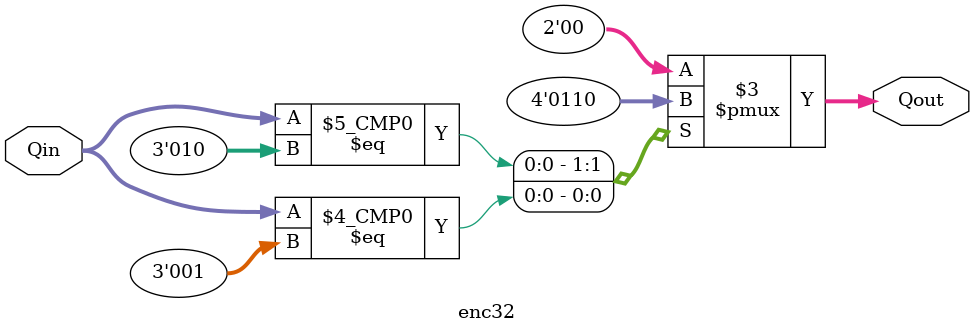
<source format=sv>
module enc32 (Qin, Qout);

	input logic [2:0]	Qin;
	output logic [1:0]	Qout;

always_comb
	case (Qin)
		3'b100 : Qout = 2'b00; //use q_const
		3'b010 : Qout = 2'b01; //use qp_const
		3'b001 : Qout = 2'b10; //use qm_const
		default : Qout = 2'b00;
	endcase
endmodule // enc32
</source>
